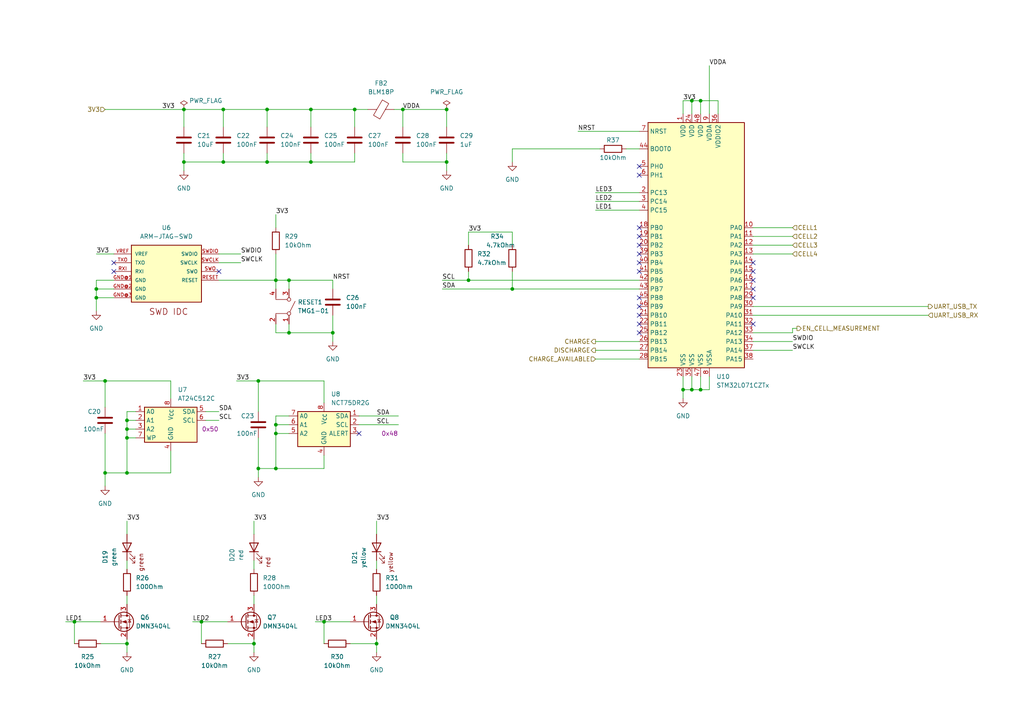
<source format=kicad_sch>
(kicad_sch (version 20230121) (generator eeschema)
  (paper "A4")
  (lib_symbols
    (symbol "benediktibk:ARM-JTAG-SWD" (pin_names (offset 1.016))
      (property "Reference" "U" (at -2.54 10.16 0))
      (property "Value" "ARM-JTAG-SWD" (at 0 0 0))
      (symbol "ARM-JTAG-SWD_0_0"
        (rectangle (start -2.54 7.62) (end 17.78 -8.89) (stroke (width 0.254)) (fill (type background)))
        (text "SWD IDC" (at 2.54 -12.7 0) (effects (font (size 1.778 1.778)) (justify left bottom)))
        (pin bidirectional line (at 22.86 -2.54 180) (length 5.08) (name "RESET") (number "RESET"))
        (pin bidirectional line (at -7.62 0 0) (length 5.08) (name "RXI") (number "RXI"))
        (pin bidirectional line (at 22.86 2.54 180) (length 5.08) (name "SWCLK") (number "SWCLK"))
        (pin bidirectional line (at 22.86 5.08 180) (length 5.08) (name "SWDIO") (number "SWDIO"))
        (pin bidirectional line (at 22.86 0 180) (length 5.08) (name "SWO") (number "SWO"))
        (pin bidirectional line (at -7.62 2.54 0) (length 5.08) (name "TXO") (number "TXO"))
      )
      (symbol "ARM-JTAG-SWD_1_0"
        (pin power_in line (at -7.62 -2.54 0) (length 5.08) (name "GND") (number "GND@1"))
        (pin power_in line (at -7.62 -5.08 0) (length 5.08) (name "GND") (number "GND@2"))
        (pin power_in line (at -7.62 -7.62 0) (length 5.08) (name "GND") (number "GND@3"))
        (pin power_in line (at -7.62 5.08 0) (length 5.08) (name "VREF") (number "VREF"))
      )
    )
    (symbol "benediktibk:AT24C512C"
      (property "Reference" "U" (at -7.62 6.35 0))
      (property "Value" "AT24C512C" (at 2.54 -6.35 0))
      (symbol "AT24C512C_1_1"
        (rectangle (start -7.62 5.08) (end 7.62 -5.08) (stroke (width 0.254)) (fill (type background)))
        (pin input line (at -10.16 3.81 0) (length 2.54) (name "A0") (number "1"))
        (pin input line (at -10.16 1.27 0) (length 2.54) (name "A1") (number "2"))
        (pin input line (at -10.16 -1.27 0) (length 2.54) (name "A2") (number "3"))
        (pin power_in line (at 0 -7.62 90) (length 2.54) (name "GND") (number "4"))
        (pin bidirectional line (at 10.16 3.81 180) (length 2.54) (name "SDA") (number "5"))
        (pin input line (at 10.16 1.27 180) (length 2.54) (name "SCL") (number "6"))
        (pin input line (at -10.16 -3.81 0) (length 2.54) (name "WP") (number "7"))
        (pin power_in line (at 0 7.62 270) (length 2.54) (name "V_{CC}") (number "8"))
      )
    )
    (symbol "benediktibk:BLM18P" (pin_numbers hide) (pin_names (offset 0))
      (property "Reference" "FB" (at -3.81 0.635 90))
      (property "Value" "BLM18P" (at 3.81 0 90))
      (symbol "BLM18P_0_1"
        (polyline (pts (xy 0 -1.27) (xy 0 -1.2192)))
        (polyline (pts (xy 0 1.27) (xy 0 1.2954)))
        (polyline (pts (xy -2.7686 0.4064) (xy -1.7018 2.2606) (xy 2.7686 -0.3048) (xy 1.6764 -2.159) (xy -2.7686 0.4064)))
      )
      (symbol "BLM18P_1_1"
        (pin passive line (at 0 3.81 270) (length 2.54) (name "~") (number "1"))
        (pin passive line (at 0 -3.81 90) (length 2.54) (name "~") (number "2"))
      )
    )
    (symbol "benediktibk:C_100nF_SMD_0603_50V" (pin_numbers hide) (pin_names (offset 0.254))
      (property "Reference" "C" (at 0.635 2.54 0))
      (property "Value" "C_100nF_SMD_0603_50V" (at 0.635 -2.54 0))
      (symbol "C_100nF_SMD_0603_50V_0_1"
        (polyline (pts (xy -2.032 -0.762) (xy 2.032 -0.762)) (stroke (width 0.508)))
        (polyline (pts (xy -2.032 0.762) (xy 2.032 0.762)) (stroke (width 0.508)))
      )
      (symbol "C_100nF_SMD_0603_50V_1_1"
        (pin passive line (at 0 3.81 270) (length 2.794) (name "~") (number "1"))
        (pin passive line (at 0 -3.81 90) (length 2.794) (name "~") (number "2"))
      )
    )
    (symbol "benediktibk:C_10uF_SMD_1210_50V_20%" (pin_numbers hide) (pin_names (offset 0.254))
      (property "Reference" "C" (at 0.635 2.54 0))
      (property "Value" "C_10uF_SMD_1210_50V_20%" (at 0.635 -2.54 0))
      (symbol "C_10uF_SMD_1210_50V_20%_0_1"
        (polyline (pts (xy -2.032 -0.762) (xy 2.032 -0.762)) (stroke (width 0.508)))
        (polyline (pts (xy -2.032 0.762) (xy 2.032 0.762)) (stroke (width 0.508)))
      )
      (symbol "C_10uF_SMD_1210_50V_20%_1_1"
        (pin passive line (at 0 3.81 270) (length 2.794) (name "~") (number "1"))
        (pin passive line (at 0 -3.81 90) (length 2.794) (name "~") (number "2"))
      )
    )
    (symbol "benediktibk:C_1uF_SMD_0603_50V_10%" (pin_numbers hide) (pin_names (offset 0.254))
      (property "Reference" "C" (at 0.635 2.54 0))
      (property "Value" "C_1uF_SMD_0603_50V_10%" (at 0.635 -2.54 0))
      (symbol "C_1uF_SMD_0603_50V_10%_0_1"
        (polyline (pts (xy -2.032 -0.762) (xy 2.032 -0.762)) (stroke (width 0.508)))
        (polyline (pts (xy -2.032 0.762) (xy 2.032 0.762)) (stroke (width 0.508)))
      )
      (symbol "C_1uF_SMD_0603_50V_10%_1_1"
        (pin passive line (at 0 3.81 270) (length 2.794) (name "~") (number "1"))
        (pin passive line (at 0 -3.81 90) (length 2.794) (name "~") (number "2"))
      )
    )
    (symbol "benediktibk:DMN3404L" (pin_names (offset 0) hide)
      (property "Reference" "Q" (at 5.08 1.27 0))
      (property "Value" "DMN3404L" (at 5.08 -1.27 0))
      (symbol "DMN3404L_0_1"
        (polyline (pts (xy 0.254 0) (xy -2.54 0)))
        (polyline (pts (xy 0.254 1.905) (xy 0.254 -1.905)) (stroke (width 0.254)))
        (polyline (pts (xy 0.762 -1.27) (xy 0.762 -2.286)) (stroke (width 0.254)))
        (polyline (pts (xy 0.762 0.508) (xy 0.762 -0.508)) (stroke (width 0.254)))
        (polyline (pts (xy 0.762 2.286) (xy 0.762 1.27)) (stroke (width 0.254)))
        (polyline (pts (xy 2.54 2.54) (xy 2.54 1.778)))
        (polyline (pts (xy 2.54 -2.54) (xy 2.54 0) (xy 0.762 0)))
        (polyline (pts (xy 0.762 1.778) (xy 3.302 1.778) (xy 3.302 -1.778) (xy 0.762 -1.778)))
        (polyline (pts (xy 1.27 0) (xy 2.286 0.381) (xy 2.286 -0.381) (xy 1.27 0)) (fill (type outline)))
        (polyline (pts (xy 2.794 0.508) (xy 2.921 0.635) (xy 3.683 0.635) (xy 3.81 0.762)))
        (polyline (pts (xy 3.302 0.508) (xy 2.921 -0.127) (xy 3.683 -0.127) (xy 3.302 0.508)))
        (circle (center 1.651 0) (radius 2.794) (stroke (width 0.254)))
        (circle (center 2.54 -1.778) (radius 0.254) (fill (type outline)))
        (circle (center 2.54 1.778) (radius 0.254) (fill (type outline)))
      )
      (symbol "DMN3404L_1_1"
        (pin input line (at -5.08 0 0) (length 2.54) (name "G") (number "1"))
        (pin passive line (at 2.54 -5.08 90) (length 2.54) (name "S") (number "2"))
        (pin passive line (at 2.54 5.08 270) (length 2.54) (name "D") (number "3"))
      )
    )
    (symbol "benediktibk:LED_green_0603" (pin_numbers hide) (pin_names (offset 1.016) hide)
      (property "Reference" "D" (at 0 2.54 0))
      (property "Value" "LED_green_0603" (at 0 -2.54 0))
      (symbol "LED_green_0603_0_0"
        (text "green" (at -4.318 -4.064 0) (effects (font (size 1.27 1.27))))
      )
      (symbol "LED_green_0603_0_1"
        (polyline (pts (xy -1.27 -1.27) (xy -1.27 1.27)) (stroke (width 0.254)))
        (polyline (pts (xy -1.27 0) (xy 1.27 0)))
        (polyline (pts (xy 1.27 -1.27) (xy 1.27 1.27) (xy -1.27 0) (xy 1.27 -1.27)) (stroke (width 0.254)))
        (polyline (pts (xy -3.048 -0.762) (xy -4.572 -2.286) (xy -3.81 -2.286) (xy -4.572 -2.286) (xy -4.572 -1.524)))
        (polyline (pts (xy -1.778 -0.762) (xy -3.302 -2.286) (xy -2.54 -2.286) (xy -3.302 -2.286) (xy -3.302 -1.524)))
      )
      (symbol "LED_green_0603_1_1"
        (pin passive line (at -3.81 0 0) (length 2.54) (name "K") (number "1"))
        (pin passive line (at 3.81 0 180) (length 2.54) (name "A") (number "2"))
      )
    )
    (symbol "benediktibk:LED_red_0603" (pin_numbers hide) (pin_names (offset 1.016) hide)
      (property "Reference" "D" (at 0 2.54 0))
      (property "Value" "LED_red_0603" (at 0 -2.54 0))
      (symbol "LED_red_0603_0_0"
        (text "red" (at -4.318 -4.064 0) (effects (font (size 1.27 1.27))))
      )
      (symbol "LED_red_0603_0_1"
        (polyline (pts (xy -1.27 -1.27) (xy -1.27 1.27)) (stroke (width 0.254)))
        (polyline (pts (xy -1.27 0) (xy 1.27 0)))
        (polyline (pts (xy 1.27 -1.27) (xy 1.27 1.27) (xy -1.27 0) (xy 1.27 -1.27)) (stroke (width 0.254)))
        (polyline (pts (xy -3.048 -0.762) (xy -4.572 -2.286) (xy -3.81 -2.286) (xy -4.572 -2.286) (xy -4.572 -1.524)))
        (polyline (pts (xy -1.778 -0.762) (xy -3.302 -2.286) (xy -2.54 -2.286) (xy -3.302 -2.286) (xy -3.302 -1.524)))
      )
      (symbol "LED_red_0603_1_1"
        (pin passive line (at -3.81 0 0) (length 2.54) (name "K") (number "1"))
        (pin passive line (at 3.81 0 180) (length 2.54) (name "A") (number "2"))
      )
    )
    (symbol "benediktibk:LED_yellow_0603" (pin_numbers hide) (pin_names (offset 1.016) hide)
      (property "Reference" "D" (at 0 2.54 0))
      (property "Value" "LED_yellow_0603" (at 0 -2.54 0))
      (symbol "LED_yellow_0603_0_0"
        (text "yellow" (at -4.318 -4.064 0) (effects (font (size 1.27 1.27))))
      )
      (symbol "LED_yellow_0603_0_1"
        (polyline (pts (xy -1.27 -1.27) (xy -1.27 1.27)) (stroke (width 0.254)))
        (polyline (pts (xy -1.27 0) (xy 1.27 0)))
        (polyline (pts (xy 1.27 -1.27) (xy 1.27 1.27) (xy -1.27 0) (xy 1.27 -1.27)) (stroke (width 0.254)))
        (polyline (pts (xy -3.048 -0.762) (xy -4.572 -2.286) (xy -3.81 -2.286) (xy -4.572 -2.286) (xy -4.572 -1.524)))
        (polyline (pts (xy -1.778 -0.762) (xy -3.302 -2.286) (xy -2.54 -2.286) (xy -3.302 -2.286) (xy -3.302 -1.524)))
      )
      (symbol "LED_yellow_0603_1_1"
        (pin passive line (at -3.81 0 0) (length 2.54) (name "K") (number "1"))
        (pin passive line (at 3.81 0 180) (length 2.54) (name "A") (number "2"))
      )
    )
    (symbol "benediktibk:NCT75DR2G"
      (property "Reference" "U" (at -7.62 6.35 0))
      (property "Value" "NCT75DR2G" (at 2.54 -6.35 0))
      (symbol "NCT75DR2G_1_1"
        (rectangle (start -7.62 5.08) (end 7.62 -5.08) (stroke (width 0.254)) (fill (type background)))
        (pin bidirectional line (at 10.16 3.81 180) (length 2.54) (name "SDA") (number "1"))
        (pin input line (at 10.16 1.27 180) (length 2.54) (name "SCL") (number "2"))
        (pin input line (at 10.16 -1.27 180) (length 2.54) (name "ALERT") (number "3"))
        (pin power_in line (at 0 -7.62 90) (length 2.54) (name "GND") (number "4"))
        (pin input line (at -10.16 -1.27 0) (length 2.54) (name "A2") (number "5"))
        (pin input line (at -10.16 1.27 0) (length 2.54) (name "A1") (number "6"))
        (pin input line (at -10.16 3.81 0) (length 2.54) (name "A0") (number "7"))
        (pin power_in line (at 0 7.62 270) (length 2.54) (name "V_{CC}") (number "8"))
      )
    )
    (symbol "benediktibk:R_100Ohm_SMD_0603_100mW_1%" (pin_numbers hide) (pin_names (offset 0))
      (property "Reference" "R" (at 2.032 0 90))
      (property "Value" "R_100Ohm_SMD_0603_100mW_1%" (at -5.588 -1.016 90))
      (symbol "R_100Ohm_SMD_0603_100mW_1%_0_1"
        (rectangle (start -1.016 -2.54) (end 1.016 2.54) (stroke (width 0.254)))
      )
      (symbol "R_100Ohm_SMD_0603_100mW_1%_1_1"
        (pin passive line (at 0 3.81 270) (length 1.27) (name "~") (number "1"))
        (pin passive line (at 0 -3.81 90) (length 1.27) (name "~") (number "2"))
      )
    )
    (symbol "benediktibk:R_10kOhm_SMD_0603_100mW_1%" (pin_numbers hide) (pin_names (offset 0))
      (property "Reference" "R" (at 2.032 0 90))
      (property "Value" "R_10kOhm_SMD_0603_100mW_1%" (at -5.588 -1.016 90))
      (symbol "R_10kOhm_SMD_0603_100mW_1%_0_1"
        (rectangle (start -1.016 -2.54) (end 1.016 2.54) (stroke (width 0.254)))
      )
      (symbol "R_10kOhm_SMD_0603_100mW_1%_1_1"
        (pin passive line (at 0 3.81 270) (length 1.27) (name "~") (number "1"))
        (pin passive line (at 0 -3.81 90) (length 1.27) (name "~") (number "2"))
      )
    )
    (symbol "benediktibk:R_4_7kOhm_SMD_0603_100mW_1%" (pin_numbers hide) (pin_names (offset 0))
      (property "Reference" "R" (at 2.032 0 90))
      (property "Value" "R_4_7kOhm_SMD_0603_100mW_1%" (at -5.588 -1.016 90))
      (symbol "R_4_7kOhm_SMD_0603_100mW_1%_0_1"
        (rectangle (start -1.016 -2.54) (end 1.016 2.54) (stroke (width 0.254)))
      )
      (symbol "R_4_7kOhm_SMD_0603_100mW_1%_1_1"
        (pin passive line (at 0 3.81 270) (length 1.27) (name "~") (number "1"))
        (pin passive line (at 0 -3.81 90) (length 1.27) (name "~") (number "2"))
      )
    )
    (symbol "benediktibk:STM32L071CZTx"
      (property "Reference" "U" (at -15.24 36.83 0))
      (property "Value" "STM32L071CZTx" (at 7.62 36.83 0))
      (symbol "STM32L071CZTx_0_1"
        (rectangle (start -15.24 -35.56) (end 12.7 35.56) (stroke (width 0.254)) (fill (type background)))
      )
      (symbol "STM32L071CZTx_1_1"
        (pin power_in line (at -5.08 38.1 270) (length 2.54) (name "VDD") (number "1"))
        (pin bidirectional line (at 15.24 5.08 180) (length 2.54) (name "PA0") (number "10"))
        (pin bidirectional line (at 15.24 2.54 180) (length 2.54) (name "PA1") (number "11"))
        (pin bidirectional line (at 15.24 0 180) (length 2.54) (name "PA2") (number "12"))
        (pin bidirectional line (at 15.24 -2.54 180) (length 2.54) (name "PA3") (number "13"))
        (pin bidirectional line (at 15.24 -5.08 180) (length 2.54) (name "PA4") (number "14"))
        (pin bidirectional line (at 15.24 -7.62 180) (length 2.54) (name "PA5") (number "15"))
        (pin bidirectional line (at 15.24 -10.16 180) (length 2.54) (name "PA6") (number "16"))
        (pin bidirectional line (at 15.24 -12.7 180) (length 2.54) (name "PA7") (number "17"))
        (pin bidirectional line (at -17.78 5.08 0) (length 2.54) (name "PB0") (number "18"))
        (pin bidirectional line (at -17.78 2.54 0) (length 2.54) (name "PB1") (number "19"))
        (pin bidirectional line (at -17.78 15.24 0) (length 2.54) (name "PC13") (number "2"))
        (pin bidirectional line (at -17.78 0 0) (length 2.54) (name "PB2") (number "20"))
        (pin bidirectional line (at -17.78 -20.32 0) (length 2.54) (name "PB10") (number "21"))
        (pin bidirectional line (at -17.78 -22.86 0) (length 2.54) (name "PB11") (number "22"))
        (pin power_in line (at -5.08 -38.1 90) (length 2.54) (name "VSS") (number "23"))
        (pin power_in line (at -2.54 38.1 270) (length 2.54) (name "VDD") (number "24"))
        (pin bidirectional line (at -17.78 -25.4 0) (length 2.54) (name "PB12") (number "25"))
        (pin bidirectional line (at -17.78 -27.94 0) (length 2.54) (name "PB13") (number "26"))
        (pin bidirectional line (at -17.78 -30.48 0) (length 2.54) (name "PB14") (number "27"))
        (pin bidirectional line (at -17.78 -33.02 0) (length 2.54) (name "PB15") (number "28"))
        (pin bidirectional line (at 15.24 -15.24 180) (length 2.54) (name "PA8") (number "29"))
        (pin bidirectional line (at -17.78 12.7 0) (length 2.54) (name "PC14") (number "3"))
        (pin bidirectional line (at 15.24 -17.78 180) (length 2.54) (name "PA9") (number "30"))
        (pin bidirectional line (at 15.24 -20.32 180) (length 2.54) (name "PA10") (number "31"))
        (pin bidirectional line (at 15.24 -22.86 180) (length 2.54) (name "PA11") (number "32"))
        (pin bidirectional line (at 15.24 -25.4 180) (length 2.54) (name "PA12") (number "33"))
        (pin bidirectional line (at 15.24 -27.94 180) (length 2.54) (name "PA13") (number "34"))
        (pin power_in line (at -2.54 -38.1 90) (length 2.54) (name "VSS") (number "35"))
        (pin power_in line (at 5.08 38.1 270) (length 2.54) (name "VDDIO2") (number "36"))
        (pin bidirectional line (at 15.24 -30.48 180) (length 2.54) (name "PA14") (number "37"))
        (pin bidirectional line (at 15.24 -33.02 180) (length 2.54) (name "PA15") (number "38"))
        (pin bidirectional line (at -17.78 -2.54 0) (length 2.54) (name "PB3") (number "39"))
        (pin bidirectional line (at -17.78 10.16 0) (length 2.54) (name "PC15") (number "4"))
        (pin bidirectional line (at -17.78 -5.08 0) (length 2.54) (name "PB4") (number "40"))
        (pin bidirectional line (at -17.78 -7.62 0) (length 2.54) (name "PB5") (number "41"))
        (pin bidirectional line (at -17.78 -10.16 0) (length 2.54) (name "PB6") (number "42"))
        (pin bidirectional line (at -17.78 -12.7 0) (length 2.54) (name "PB7") (number "43"))
        (pin input line (at -17.78 27.94 0) (length 2.54) (name "BOOT0") (number "44"))
        (pin bidirectional line (at -17.78 -15.24 0) (length 2.54) (name "PB8") (number "45"))
        (pin bidirectional line (at -17.78 -17.78 0) (length 2.54) (name "PB9") (number "46"))
        (pin power_in line (at 0 -38.1 90) (length 2.54) (name "VSS") (number "47"))
        (pin power_in line (at 0 38.1 270) (length 2.54) (name "VDD") (number "48"))
        (pin input line (at -17.78 22.86 0) (length 2.54) (name "PH0") (number "5"))
        (pin input line (at -17.78 20.32 0) (length 2.54) (name "PH1") (number "6"))
        (pin input line (at -17.78 33.02 0) (length 2.54) (name "NRST") (number "7"))
        (pin power_in line (at 2.54 -38.1 90) (length 2.54) (name "VSSA") (number "8"))
        (pin power_in line (at 2.54 38.1 270) (length 2.54) (name "VDDA") (number "9"))
      )
    )
    (symbol "benediktibk:TMG1-01" (pin_names (offset 0) hide)
      (property "Reference" "SW" (at 0 3.175 0))
      (property "Value" "TMG1-01" (at 0 5.588 0))
      (symbol "TMG1-01_0_0"
        (circle (center -2.032 0) (radius 0.508))
        (polyline (pts (xy -1.524 0.254) (xy 1.524 1.778)))
        (circle (center 2.032 0) (radius 0.508))
      )
      (symbol "TMG1-01_0_1"
        (polyline (pts (xy -2.54 -3.81) (xy -2.032 -3.81) (xy -2.032 -0.508)))
        (polyline (pts (xy 2.54 -3.81) (xy 2.032 -3.81) (xy 2.032 -0.508)))
      )
      (symbol "TMG1-01_1_1"
        (pin passive line (at -5.08 0 0) (length 2.54) (name "A") (number "1"))
        (pin passive line (at -5.08 -3.81 0) (length 2.54) (name "A") (number "2"))
        (pin passive line (at 5.08 0 180) (length 2.54) (name "B") (number "3"))
        (pin passive line (at 5.08 -3.81 180) (length 2.54) (name "B") (number "4"))
      )
    )
    (symbol "power:GND" (power) (pin_names (offset 0))
      (property "Value" "GND" (at 0 -3.81 0))
      (symbol "GND_0_1"
        (polyline (pts (xy 0 0) (xy 0 -1.27) (xy 1.27 -1.27) (xy 0 -2.54) (xy -1.27 -1.27) (xy 0 -1.27)))
      )
      (symbol "GND_1_1"
        (pin power_in line (at 0 0 270) (length 0) hide (name "GND") (number "1"))
      )
    )
    (symbol "power:PWR_FLAG" (power) (pin_numbers hide) (pin_names (offset 0) hide)
      (property "Value" "PWR_FLAG" (at 0 3.81 0))
      (symbol "PWR_FLAG_0_0"
        (pin power_out line (at 0 0 90) (length 0) (name "pwr") (number "1"))
      )
      (symbol "PWR_FLAG_0_1"
        (polyline (pts (xy 0 0) (xy 0 1.27) (xy -1.016 1.905) (xy 0 2.54) (xy 1.016 1.905) (xy 0 1.27)))
      )
    )
  )
  (junction (at 36.83 137.16))
  (junction (at 83.82 96.52))
  (junction (at 36.83 124.46))
  (junction (at 27.94 86.36))
  (junction (at 90.17 31.75))
  (junction (at 64.77 31.75))
  (junction (at 27.94 83.82))
  (junction (at 203.2 113.03))
  (junction (at 129.54 31.75))
  (junction (at 135.89 81.28))
  (junction (at 58.42 180.34))
  (junction (at 80.01 125.73))
  (junction (at 80.01 123.19))
  (junction (at 93.98 180.34))
  (junction (at 80.01 81.28))
  (junction (at 36.83 186.69))
  (junction (at 74.93 135.89))
  (junction (at 96.52 96.52))
  (junction (at 30.48 137.16))
  (junction (at 21.59 180.34))
  (junction (at 90.17 46.99))
  (junction (at 53.34 46.99))
  (junction (at 109.22 186.69))
  (junction (at 53.34 31.75))
  (junction (at 30.48 110.49))
  (junction (at 148.59 83.82))
  (junction (at 36.83 121.92))
  (junction (at 83.82 81.28))
  (junction (at 198.12 113.03))
  (junction (at 200.66 113.03))
  (junction (at 36.83 127))
  (junction (at 77.47 31.75))
  (junction (at 64.77 46.99))
  (junction (at 74.93 110.49))
  (junction (at 200.66 29.21))
  (junction (at 77.47 46.99))
  (junction (at 129.54 46.99))
  (junction (at 80.01 135.89))
  (junction (at 102.87 31.75))
  (junction (at 116.84 31.75))
  (junction (at 203.2 29.21))
  (junction (at 73.66 186.69))
  (no_connect (at 104.14 125.73))
  (no_connect (at 33.02 78.74))
  (no_connect (at 218.44 76.2))
  (no_connect (at 185.42 73.66))
  (no_connect (at 218.44 86.36))
  (no_connect (at 218.44 93.98))
  (no_connect (at 33.02 76.2))
  (no_connect (at 185.42 88.9))
  (no_connect (at 218.44 83.82))
  (no_connect (at 185.42 76.2))
  (no_connect (at 185.42 78.74))
  (no_connect (at 185.42 93.98))
  (no_connect (at 218.44 81.28))
  (no_connect (at 185.42 91.44))
  (no_connect (at 185.42 96.52))
  (no_connect (at 218.44 78.74))
  (no_connect (at 185.42 48.26))
  (no_connect (at 185.42 71.12))
  (no_connect (at 185.42 66.04))
  (no_connect (at 185.42 50.8))
  (no_connect (at 185.42 86.36))
  (no_connect (at 185.42 68.58))
  (no_connect (at 63.5 78.74))
  (wire (pts (xy 30.48 110.49) (xy 30.48 118.11)))
  (wire (pts (xy 21.59 186.69) (xy 21.59 180.34)))
  (wire (pts (xy 148.59 71.12) (xy 148.59 67.31)))
  (wire (pts (xy 59.69 121.92) (xy 63.5 121.92)))
  (wire (pts (xy 80.01 81.28) (xy 80.01 83.82)))
  (wire (pts (xy 203.2 29.21) (xy 203.2 33.02)))
  (wire (pts (xy 49.53 110.49) (xy 30.48 110.49)))
  (wire (pts (xy 73.66 162.56) (xy 73.66 165.1)))
  (wire (pts (xy 74.93 127) (xy 74.93 135.89)))
  (wire (pts (xy 36.83 124.46) (xy 36.83 121.92)))
  (wire (pts (xy 129.54 31.75) (xy 116.84 31.75)))
  (wire (pts (xy 218.44 99.06) (xy 229.87 99.06)))
  (wire (pts (xy 77.47 31.75) (xy 77.47 36.83)))
  (wire (pts (xy 104.14 120.65) (xy 115.57 120.65)))
  (wire (pts (xy 80.01 73.66) (xy 80.01 81.28)))
  (wire (pts (xy 27.94 86.36) (xy 33.02 86.36)))
  (wire (pts (xy 73.66 185.42) (xy 73.66 186.69)))
  (wire (pts (xy 96.52 81.28) (xy 83.82 81.28)))
  (wire (pts (xy 181.61 43.18) (xy 185.42 43.18)))
  (wire (pts (xy 21.59 180.34) (xy 29.21 180.34)))
  (wire (pts (xy 73.66 172.72) (xy 73.66 175.26)))
  (wire (pts (xy 36.83 185.42) (xy 36.83 186.69)))
  (wire (pts (xy 218.44 73.66) (xy 229.87 73.66)))
  (wire (pts (xy 135.89 67.31) (xy 135.89 71.12)))
  (wire (pts (xy 167.64 38.1) (xy 185.42 38.1)))
  (wire (pts (xy 102.87 46.99) (xy 102.87 44.45)))
  (wire (pts (xy 205.74 19.05) (xy 205.74 33.02)))
  (wire (pts (xy 172.72 99.06) (xy 185.42 99.06)))
  (wire (pts (xy 77.47 46.99) (xy 90.17 46.99)))
  (wire (pts (xy 198.12 113.03) (xy 198.12 115.57)))
  (wire (pts (xy 208.28 29.21) (xy 203.2 29.21)))
  (wire (pts (xy 19.05 180.34) (xy 21.59 180.34)))
  (wire (pts (xy 218.44 71.12) (xy 229.87 71.12)))
  (wire (pts (xy 102.87 31.75) (xy 106.68 31.75)))
  (wire (pts (xy 64.77 44.45) (xy 64.77 46.99)))
  (wire (pts (xy 64.77 31.75) (xy 64.77 36.83)))
  (wire (pts (xy 128.27 83.82) (xy 148.59 83.82)))
  (wire (pts (xy 33.02 81.28) (xy 27.94 81.28)))
  (wire (pts (xy 74.93 135.89) (xy 80.01 135.89)))
  (wire (pts (xy 74.93 110.49) (xy 93.98 110.49)))
  (wire (pts (xy 96.52 91.44) (xy 96.52 96.52)))
  (wire (pts (xy 64.77 46.99) (xy 77.47 46.99)))
  (wire (pts (xy 129.54 46.99) (xy 129.54 49.53)))
  (wire (pts (xy 198.12 109.22) (xy 198.12 113.03)))
  (wire (pts (xy 200.66 113.03) (xy 203.2 113.03)))
  (wire (pts (xy 58.42 180.34) (xy 66.04 180.34)))
  (wire (pts (xy 109.22 185.42) (xy 109.22 186.69)))
  (wire (pts (xy 36.83 151.13) (xy 36.83 154.94)))
  (wire (pts (xy 148.59 78.74) (xy 148.59 83.82)))
  (wire (pts (xy 80.01 135.89) (xy 93.98 135.89)))
  (wire (pts (xy 198.12 29.21) (xy 198.12 33.02)))
  (wire (pts (xy 128.27 81.28) (xy 135.89 81.28)))
  (wire (pts (xy 208.28 33.02) (xy 208.28 29.21)))
  (wire (pts (xy 53.34 46.99) (xy 64.77 46.99)))
  (wire (pts (xy 90.17 31.75) (xy 102.87 31.75)))
  (wire (pts (xy 66.04 186.69) (xy 73.66 186.69)))
  (wire (pts (xy 203.2 113.03) (xy 205.74 113.03)))
  (wire (pts (xy 27.94 81.28) (xy 27.94 83.82)))
  (wire (pts (xy 83.82 96.52) (xy 96.52 96.52)))
  (wire (pts (xy 218.44 101.6) (xy 229.87 101.6)))
  (wire (pts (xy 91.44 180.34) (xy 93.98 180.34)))
  (wire (pts (xy 36.83 127) (xy 36.83 137.16)))
  (wire (pts (xy 116.84 44.45) (xy 116.84 46.99)))
  (wire (pts (xy 200.66 29.21) (xy 200.66 33.02)))
  (wire (pts (xy 135.89 81.28) (xy 185.42 81.28)))
  (wire (pts (xy 36.83 119.38) (xy 39.37 119.38)))
  (wire (pts (xy 27.94 73.66) (xy 33.02 73.66)))
  (wire (pts (xy 135.89 67.31) (xy 148.59 67.31)))
  (wire (pts (xy 83.82 81.28) (xy 83.82 83.82)))
  (wire (pts (xy 53.34 49.53) (xy 53.34 46.99)))
  (wire (pts (xy 198.12 29.21) (xy 200.66 29.21)))
  (wire (pts (xy 173.99 43.18) (xy 148.59 43.18)))
  (wire (pts (xy 30.48 110.49) (xy 24.13 110.49)))
  (wire (pts (xy 172.72 58.42) (xy 185.42 58.42)))
  (wire (pts (xy 49.53 130.81) (xy 49.53 137.16)))
  (wire (pts (xy 58.42 186.69) (xy 58.42 180.34)))
  (wire (pts (xy 53.34 44.45) (xy 53.34 46.99)))
  (wire (pts (xy 93.98 186.69) (xy 93.98 180.34)))
  (wire (pts (xy 77.47 31.75) (xy 90.17 31.75)))
  (wire (pts (xy 55.88 180.34) (xy 58.42 180.34)))
  (wire (pts (xy 231.14 95.25) (xy 229.87 95.25)))
  (wire (pts (xy 63.5 76.2) (xy 69.85 76.2)))
  (wire (pts (xy 64.77 31.75) (xy 77.47 31.75)))
  (wire (pts (xy 80.01 125.73) (xy 80.01 135.89)))
  (wire (pts (xy 172.72 60.96) (xy 185.42 60.96)))
  (wire (pts (xy 218.44 88.9) (xy 269.24 88.9)))
  (wire (pts (xy 205.74 109.22) (xy 205.74 113.03)))
  (wire (pts (xy 129.54 44.45) (xy 129.54 46.99)))
  (wire (pts (xy 116.84 46.99) (xy 129.54 46.99)))
  (wire (pts (xy 29.21 186.69) (xy 36.83 186.69)))
  (wire (pts (xy 93.98 132.08) (xy 93.98 135.89)))
  (wire (pts (xy 135.89 78.74) (xy 135.89 81.28)))
  (wire (pts (xy 80.01 123.19) (xy 80.01 125.73)))
  (wire (pts (xy 36.83 124.46) (xy 39.37 124.46)))
  (wire (pts (xy 114.3 31.75) (xy 116.84 31.75)))
  (wire (pts (xy 80.01 62.23) (xy 80.01 66.04)))
  (wire (pts (xy 80.01 125.73) (xy 83.82 125.73)))
  (wire (pts (xy 93.98 116.84) (xy 93.98 110.49)))
  (wire (pts (xy 80.01 120.65) (xy 80.01 123.19)))
  (wire (pts (xy 59.69 119.38) (xy 63.5 119.38)))
  (wire (pts (xy 148.59 43.18) (xy 148.59 46.99)))
  (wire (pts (xy 200.66 109.22) (xy 200.66 113.03)))
  (wire (pts (xy 74.93 119.38) (xy 74.93 110.49)))
  (wire (pts (xy 104.14 123.19) (xy 115.57 123.19)))
  (wire (pts (xy 36.83 127) (xy 39.37 127)))
  (wire (pts (xy 129.54 31.75) (xy 129.54 36.83)))
  (wire (pts (xy 80.01 96.52) (xy 83.82 96.52)))
  (wire (pts (xy 30.48 137.16) (xy 30.48 140.97)))
  (wire (pts (xy 229.87 95.25) (xy 229.87 96.52)))
  (wire (pts (xy 36.83 162.56) (xy 36.83 165.1)))
  (wire (pts (xy 109.22 162.56) (xy 109.22 165.1)))
  (wire (pts (xy 30.48 31.75) (xy 53.34 31.75)))
  (wire (pts (xy 73.66 186.69) (xy 73.66 189.23)))
  (wire (pts (xy 109.22 186.69) (xy 109.22 189.23)))
  (wire (pts (xy 90.17 46.99) (xy 102.87 46.99)))
  (wire (pts (xy 27.94 83.82) (xy 33.02 83.82)))
  (wire (pts (xy 36.83 137.16) (xy 49.53 137.16)))
  (wire (pts (xy 83.82 120.65) (xy 80.01 120.65)))
  (wire (pts (xy 63.5 73.66) (xy 69.85 73.66)))
  (wire (pts (xy 96.52 96.52) (xy 96.52 99.06)))
  (wire (pts (xy 53.34 31.75) (xy 64.77 31.75)))
  (wire (pts (xy 68.58 110.49) (xy 74.93 110.49)))
  (wire (pts (xy 77.47 44.45) (xy 77.47 46.99)))
  (wire (pts (xy 80.01 81.28) (xy 63.5 81.28)))
  (wire (pts (xy 102.87 31.75) (xy 102.87 36.83)))
  (wire (pts (xy 83.82 81.28) (xy 80.01 81.28)))
  (wire (pts (xy 36.83 186.69) (xy 36.83 189.23)))
  (wire (pts (xy 218.44 66.04) (xy 229.87 66.04)))
  (wire (pts (xy 27.94 83.82) (xy 27.94 86.36)))
  (wire (pts (xy 90.17 31.75) (xy 90.17 36.83)))
  (wire (pts (xy 36.83 127) (xy 36.83 124.46)))
  (wire (pts (xy 53.34 31.75) (xy 53.34 36.83)))
  (wire (pts (xy 198.12 113.03) (xy 200.66 113.03)))
  (wire (pts (xy 80.01 93.98) (xy 80.01 96.52)))
  (wire (pts (xy 218.44 91.44) (xy 269.24 91.44)))
  (wire (pts (xy 73.66 151.13) (xy 73.66 154.94)))
  (wire (pts (xy 229.87 96.52) (xy 218.44 96.52)))
  (wire (pts (xy 74.93 135.89) (xy 74.93 138.43)))
  (wire (pts (xy 30.48 125.73) (xy 30.48 137.16)))
  (wire (pts (xy 172.72 104.14) (xy 185.42 104.14)))
  (wire (pts (xy 83.82 93.98) (xy 83.82 96.52)))
  (wire (pts (xy 203.2 109.22) (xy 203.2 113.03)))
  (wire (pts (xy 80.01 123.19) (xy 83.82 123.19)))
  (wire (pts (xy 116.84 31.75) (xy 116.84 36.83)))
  (wire (pts (xy 93.98 180.34) (xy 101.6 180.34)))
  (wire (pts (xy 148.59 83.82) (xy 185.42 83.82)))
  (wire (pts (xy 36.83 121.92) (xy 39.37 121.92)))
  (wire (pts (xy 36.83 121.92) (xy 36.83 119.38)))
  (wire (pts (xy 200.66 29.21) (xy 203.2 29.21)))
  (wire (pts (xy 30.48 137.16) (xy 36.83 137.16)))
  (wire (pts (xy 27.94 86.36) (xy 27.94 90.17)))
  (wire (pts (xy 96.52 81.28) (xy 96.52 83.82)))
  (wire (pts (xy 109.22 172.72) (xy 109.22 175.26)))
  (wire (pts (xy 172.72 55.88) (xy 185.42 55.88)))
  (wire (pts (xy 218.44 68.58) (xy 229.87 68.58)))
  (wire (pts (xy 90.17 44.45) (xy 90.17 46.99)))
  (wire (pts (xy 101.6 186.69) (xy 109.22 186.69)))
  (wire (pts (xy 172.72 101.6) (xy 185.42 101.6)))
  (wire (pts (xy 36.83 172.72) (xy 36.83 175.26)))
  (wire (pts (xy 109.22 151.13) (xy 109.22 154.94)))
  (wire (pts (xy 49.53 115.57) (xy 49.53 110.49)))
  (label "3V3" (at 135.89 67.31 0))
  (label "LED2" (at 55.88 180.34 0))
  (label "3V3" (at 68.58 110.49 0))
  (label "3V3" (at 198.12 29.21 0))
  (label "SWCLK" (at 69.85 76.2 0))
  (label "LED2" (at 172.72 58.42 0))
  (label "SWDIO" (at 69.85 73.66 0))
  (label "NRST" (at 96.52 81.28 0))
  (label "LED1" (at 172.72 60.96 0))
  (label "SCL" (at 109.22 123.19 0))
  (label "VDDA" (at 205.74 19.05 0))
  (label "SCL" (at 128.27 81.28 0))
  (label "NRST" (at 167.64 38.1 0))
  (label "LED1" (at 19.05 180.34 0))
  (label "SWCLK" (at 229.87 101.6 0))
  (label "3V3" (at 80.01 62.23 0))
  (label "SDA" (at 109.22 120.65 0))
  (label "3V3" (at 24.13 110.49 0))
  (label "SDA" (at 63.5 119.38 0))
  (label "3V3" (at 46.99 31.75 0))
  (label "LED3" (at 91.44 180.34 0))
  (label "VDDA" (at 116.84 31.75 0))
  (label "3V3" (at 36.83 151.13 0))
  (label "SWDIO" (at 229.87 99.06 0))
  (label "LED3" (at 172.72 55.88 0))
  (label "3V3" (at 109.22 151.13 0))
  (label "3V3" (at 73.66 151.13 0))
  (label "3V3" (at 27.94 73.66 0))
  (label "SCL" (at 63.5 121.92 0))
  (label "SDA" (at 128.27 83.82 0))
  (hierarchical_label "EN_CELL_MEASUREMENT" (shape output) (at 231.14 95.25 0))
  (hierarchical_label "CHARGE_AVAILABLE" (shape input) (at 172.72 104.14 180))
  (hierarchical_label "UART_USB_TX" (shape output) (at 269.24 88.9 0))
  (hierarchical_label "3V3" (shape input) (at 30.48 31.75 180))
  (hierarchical_label "UART_USB_RX" (shape input) (at 269.24 91.44 0))
  (hierarchical_label "CELL1" (shape input) (at 229.87 66.04 0))
  (hierarchical_label "DISCHARGE" (shape output) (at 172.72 101.6 180))
  (hierarchical_label "CHARGE" (shape output) (at 172.72 99.06 180))
  (hierarchical_label "CELL4" (shape input) (at 229.87 73.66 0))
  (hierarchical_label "CELL3" (shape input) (at 229.87 71.12 0))
  (hierarchical_label "CELL2" (shape input) (at 229.87 68.58 0))
  (symbol (lib_id "benediktibk:C_1uF_SMD_0603_50V_10%") (at 129.54 40.64 0) (unit 1)
    (property "Reference" "C29" (at 133.35 39.3699 0) (effects (justify left)))
    (property "Value" "1uF" (at 133.35 41.9099 0) (effects (justify left)))
    (property "Footprint" "benediktibk:C_0603_1608Metric_Pad1.08x0.95mm_HandSolder" (effects hide))
    (property "RS order number" "103-4112" (effects hide))
  )
  (symbol (lib_id "power:PWR_FLAG") (at 53.34 31.75 0) (unit 1)
    (property "Reference" "#FLG07" (effects hide))
    (property "Value" "PWR_FLAG" (at 59.69 29.21 0))
  )
  (symbol (lib_id "benediktibk:R_10kOhm_SMD_0603_100mW_1%") (at 97.79 186.69 270) (unit 1)
    (property "Reference" "R30" (at 97.79 190.5 90))
    (property "Value" "10kOhm" (at 97.79 193.04 90))
    (property "Footprint" "benediktibk:R_0603_1608Metric_Pad0.98x0.95mm_HandSolder" (effects hide))
    (property "RS order number" "125-1173" (effects hide))
  )
  (symbol (lib_id "benediktibk:R_100Ohm_SMD_0603_100mW_1%") (at 36.83 168.91 0) (unit 1)
    (property "Reference" "R26" (at 39.37 167.6399 0) (effects (justify left)))
    (property "Value" "100Ohm" (at 39.37 170.1799 0) (effects (justify left)))
    (property "Footprint" "benediktibk:R_0603_1608Metric_Pad0.98x0.95mm_HandSolder" (effects hide))
    (property "RS order number" "125-1172" (effects hide))
  )
  (symbol (lib_id "benediktibk:DMN3404L") (at 34.29 180.34 0) (unit 1)
    (property "Reference" "Q6" (at 40.64 179.0699 0) (effects (justify left)))
    (property "Value" "DMN3404L" (at 39.37 181.61 0) (effects (justify left)))
    (property "Footprint" "benediktibk:SOT-23" (effects hide))
    (property "RS order number" "751-4171" (effects hide))
  )
  (symbol (lib_id "benediktibk:C_100nF_SMD_0603_50V") (at 96.52 87.63 0) (unit 1)
    (property "Reference" "C26" (at 100.33 86.3599 0) (effects (justify left)))
    (property "Value" "100nF" (at 100.33 88.8999 0) (effects (justify left)))
    (property "Footprint" "benediktibk:C_0603_1608Metric_Pad1.08x0.95mm_HandSolder" (effects hide))
    (property "RS order number" "242-7372" (effects hide))
  )
  (symbol (lib_id "benediktibk:LED_yellow_0603") (at 109.22 158.75 90) (unit 1)
    (property "Reference" "D21" (at 102.87 161.7168 0))
    (property "Value" "yellow" (at 105.41 161.7168 0))
    (property "Footprint" "benediktibk:D_0603_1608Metric_Pad1.05x0.95mm_HandSolder" (effects hide))
    (property "RS order number" "861-0087" (effects hide))
  )
  (symbol (lib_id "benediktibk:C_100nF_SMD_0603_50V") (at 64.77 40.64 0) (unit 1)
    (property "Reference" "C22" (at 68.58 39.3699 0) (effects (justify left)))
    (property "Value" "100nF" (at 68.58 41.9099 0) (effects (justify left)))
    (property "Footprint" "benediktibk:C_0603_1608Metric_Pad1.08x0.95mm_HandSolder" (effects hide))
    (property "RS order number" "242-7372" (effects hide))
  )
  (symbol (lib_id "power:PWR_FLAG") (at 129.54 31.75 0) (unit 1)
    (property "Reference" "#FLG08" (effects hide))
    (property "Value" "PWR_FLAG" (at 129.54 26.67 0))
  )
  (symbol (lib_id "benediktibk:DMN3404L") (at 106.68 180.34 0) (unit 1)
    (property "Reference" "Q8" (at 113.03 179.0699 0) (effects (justify left)))
    (property "Value" "DMN3404L" (at 111.76 181.61 0) (effects (justify left)))
    (property "Footprint" "benediktibk:SOT-23" (effects hide))
    (property "RS order number" "751-4171" (effects hide))
  )
  (symbol (lib_id "power:GND") (at 36.83 189.23 0) (unit 1)
    (property "Reference" "#PWR045" (effects hide))
    (property "Value" "GND" (at 36.83 194.31 0))
  )
  (symbol (lib_id "benediktibk:R_10kOhm_SMD_0603_100mW_1%") (at 177.8 43.18 90) (unit 1)
    (property "Reference" "R37" (at 177.8 40.64 90))
    (property "Value" "10kOhm" (at 177.8 45.72 90))
    (property "Footprint" "benediktibk:R_0603_1608Metric_Pad0.98x0.95mm_HandSolder" (effects hide))
    (property "RS order number" "125-1173" (effects hide))
  )
  (symbol (lib_id "power:GND") (at 73.66 189.23 0) (unit 1)
    (property "Reference" "#PWR047" (effects hide))
    (property "Value" "GND" (at 73.66 194.31 0))
  )
  (symbol (lib_id "power:GND") (at 74.93 138.43 0) (unit 1)
    (property "Reference" "#PWR048" (effects hide))
    (property "Value" "GND" (at 74.93 143.51 0))
  )
  (symbol (lib_id "power:GND") (at 129.54 49.53 0) (unit 1)
    (property "Reference" "#PWR053" (effects hide))
    (property "Value" "GND" (at 129.54 54.61 0))
  )
  (symbol (lib_id "benediktibk:R_4_7kOhm_SMD_0603_100mW_1%") (at 135.89 74.93 0) (unit 1)
    (property "Reference" "R32" (at 138.43 73.6599 0) (effects (justify left)))
    (property "Value" "4.7kOhm" (at 138.43 76.1999 0) (effects (justify left)))
    (property "Footprint" "benediktibk:R_0603_1608Metric_Pad0.98x0.95mm_HandSolder" (effects hide))
    (property "RS order number" "901-3581" (effects hide))
  )
  (symbol (lib_id "benediktibk:R_100Ohm_SMD_0603_100mW_1%") (at 73.66 168.91 0) (unit 1)
    (property "Reference" "R28" (at 76.2 167.6399 0) (effects (justify left)))
    (property "Value" "100Ohm" (at 76.2 170.1799 0) (effects (justify left)))
    (property "Footprint" "benediktibk:R_0603_1608Metric_Pad0.98x0.95mm_HandSolder" (effects hide))
    (property "RS order number" "125-1172" (effects hide))
  )
  (symbol (lib_id "benediktibk:C_100nF_SMD_0603_50V") (at 90.17 40.64 0) (unit 1)
    (property "Reference" "C25" (at 93.98 39.3699 0) (effects (justify left)))
    (property "Value" "100nF" (at 93.98 41.9099 0) (effects (justify left)))
    (property "Footprint" "benediktibk:C_0603_1608Metric_Pad1.08x0.95mm_HandSolder" (effects hide))
    (property "RS order number" "242-7372" (effects hide))
  )
  (symbol (lib_id "benediktibk:TMG1-01") (at 83.82 88.9 270) (mirror x) (unit 1)
    (property "Reference" "RESET1" (at 86.36 87.6299 90) (effects (justify left)))
    (property "Value" "TMG1-01" (at 86.36 90.1699 90) (effects (justify left)))
    (property "Footprint" "benediktibk:TMG1-01" (effects hide))
    (property "RS order number" "244-4461" (effects hide))
  )
  (symbol (lib_id "power:GND") (at 109.22 189.23 0) (unit 1)
    (property "Reference" "#PWR050" (effects hide))
    (property "Value" "GND" (at 109.22 194.31 0))
  )
  (symbol (lib_id "power:GND") (at 27.94 90.17 0) (unit 1)
    (property "Reference" "#PWR043" (effects hide))
    (property "Value" "GND" (at 27.94 95.25 0))
  )
  (symbol (lib_id "benediktibk:C_100nF_SMD_0603_50V") (at 77.47 40.64 0) (unit 1)
    (property "Reference" "C24" (at 81.28 39.3699 0) (effects (justify left)))
    (property "Value" "100nF" (at 81.28 41.9099 0) (effects (justify left)))
    (property "Footprint" "benediktibk:C_0603_1608Metric_Pad1.08x0.95mm_HandSolder" (effects hide))
    (property "RS order number" "242-7372" (effects hide))
  )
  (symbol (lib_id "benediktibk:C_100nF_SMD_0603_50V") (at 116.84 40.64 0) (unit 1)
    (property "Reference" "C28" (at 120.65 39.3699 0) (effects (justify left)))
    (property "Value" "100nF" (at 120.65 41.9099 0) (effects (justify left)))
    (property "Footprint" "benediktibk:C_0603_1608Metric_Pad1.08x0.95mm_HandSolder" (effects hide))
    (property "RS order number" "242-7372" (effects hide))
  )
  (symbol (lib_id "benediktibk:R_10kOhm_SMD_0603_100mW_1%") (at 62.23 186.69 270) (unit 1)
    (property "Reference" "R27" (at 62.23 190.5 90))
    (property "Value" "10kOhm" (at 62.23 193.04 90))
    (property "Footprint" "benediktibk:R_0603_1608Metric_Pad0.98x0.95mm_HandSolder" (effects hide))
    (property "RS order number" "125-1173" (effects hide))
  )
  (symbol (lib_id "benediktibk:R_10kOhm_SMD_0603_100mW_1%") (at 25.4 186.69 270) (unit 1)
    (property "Reference" "R25" (at 25.4 190.5 90))
    (property "Value" "10kOhm" (at 25.4 193.04 90))
    (property "Footprint" "benediktibk:R_0603_1608Metric_Pad0.98x0.95mm_HandSolder" (effects hide))
    (property "RS order number" "125-1173" (effects hide))
  )
  (symbol (lib_id "benediktibk:R_4_7kOhm_SMD_0603_100mW_1%") (at 148.59 74.93 0) (unit 1)
    (property "Reference" "R34" (at 142.24 68.58 0) (effects (justify left)))
    (property "Value" "4.7kOhm" (at 140.97 71.12 0) (effects (justify left)))
    (property "Footprint" "benediktibk:R_0603_1608Metric_Pad0.98x0.95mm_HandSolder" (effects hide))
    (property "RS order number" "901-3581" (effects hide))
  )
  (symbol (lib_id "power:GND") (at 198.12 115.57 0) (unit 1)
    (property "Reference" "#PWR061" (effects hide))
    (property "Value" "GND" (at 198.12 120.65 0))
  )
  (symbol (lib_id "benediktibk:DMN3404L") (at 71.12 180.34 0) (unit 1)
    (property "Reference" "Q7" (at 77.47 179.0699 0) (effects (justify left)))
    (property "Value" "DMN3404L" (at 76.2 181.61 0) (effects (justify left)))
    (property "Footprint" "benediktibk:SOT-23" (effects hide))
    (property "RS order number" "751-4171" (effects hide))
  )
  (symbol (lib_id "benediktibk:C_100nF_SMD_0603_50V") (at 74.93 123.19 0) (unit 1)
    (property "Reference" "C23" (at 69.85 120.65 0) (effects (justify left)))
    (property "Value" "100nF" (at 68.58 125.73 0) (effects (justify left)))
    (property "Footprint" "benediktibk:C_0603_1608Metric_Pad1.08x0.95mm_HandSolder" (effects hide))
    (property "RS order number" "242-7372" (effects hide))
  )
  (symbol (lib_id "benediktibk:STM32L071CZTx") (at 203.2 71.12 0) (unit 1)
    (property "Reference" "U10" (at 207.7594 109.22 0) (effects (justify left)))
    (property "Value" "STM32L071CZTx" (at 207.7594 111.76 0) (effects (justify left)))
    (property "Footprint" "benediktibk:LQFP-48_7x7mm_P0.5mm" (effects hide))
    (property "Datasheet" "http://www.st.com/st-web-ui/static/active/en/resource/technical/document/datasheet/DM00141136.pdf" (effects hide))
    (property "RS order number" "196-2075" (effects hide))
  )
  (symbol (lib_id "power:GND") (at 148.59 46.99 0) (unit 1)
    (property "Reference" "#PWR059" (effects hide))
    (property "Value" "GND" (at 148.59 52.07 0))
  )
  (symbol (lib_id "benediktibk:LED_red_0603") (at 73.66 158.75 90) (unit 1)
    (property "Reference" "D20" (at 67.31 161.0062 0))
    (property "Value" "red" (at 69.85 161.0062 0))
    (property "Footprint" "benediktibk:D_0603_1608Metric_Pad1.05x0.95mm_HandSolder" (effects hide))
    (property "RS order number" "861-0090" (effects hide))
  )
  (symbol (lib_id "benediktibk:LED_green_0603") (at 36.83 158.75 90) (unit 1)
    (property "Reference" "D19" (at 30.48 161.5656 0))
    (property "Value" "green" (at 33.02 161.5656 0))
    (property "Footprint" "benediktibk:D_0603_1608Metric_Pad1.05x0.95mm_HandSolder" (effects hide))
    (property "RS order number" "466-3706" (effects hide))
  )
  (symbol (lib_id "benediktibk:ARM-JTAG-SWD") (at 40.64 78.74 0) (unit 1)
    (property "Reference" "U6" (at 48.26 66.04 0))
    (property "Value" "ARM-JTAG-SWD" (at 48.26 68.58 0))
    (property "Footprint" "benediktibk:ARM-JTAG-10-SWD-IDC" (effects hide))
    (property "Description" "Cortex M JTAG/SWD 10 pin connector" (effects hide))
    (property "RS order number" "159-2372" (effects hide))
  )
  (symbol (lib_id "power:GND") (at 30.48 140.97 0) (unit 1)
    (property "Reference" "#PWR044" (effects hide))
    (property "Value" "GND" (at 30.48 146.05 0))
  )
  (symbol (lib_id "benediktibk:R_100Ohm_SMD_0603_100mW_1%") (at 109.22 168.91 0) (unit 1)
    (property "Reference" "R31" (at 111.76 167.6399 0) (effects (justify left)))
    (property "Value" "100Ohm" (at 111.76 170.1799 0) (effects (justify left)))
    (property "Footprint" "benediktibk:R_0603_1608Metric_Pad0.98x0.95mm_HandSolder" (effects hide))
    (property "RS order number" "125-1172" (effects hide))
  )
  (symbol (lib_id "benediktibk:NCT75DR2G") (at 93.98 124.46 0) (unit 1)
    (property "Reference" "U8" (at 95.9994 114.3 0) (effects (justify left)))
    (property "Value" "NCT75DR2G" (at 95.9994 116.84 0) (effects (justify left)))
    (property "Footprint" "benediktibk:SOIC-8_3.9x4.9mm_P1.27mm" (effects hide))
    (property "RS order number" "805-1854" (effects hide))
    (property "I2C Address" "0x48" (at 113.03 125.73 0))
  )
  (symbol (lib_id "benediktibk:R_10kOhm_SMD_0603_100mW_1%") (at 80.01 69.85 0) (unit 1)
    (property "Reference" "R29" (at 82.55 68.5799 0) (effects (justify left)))
    (property "Value" "10kOhm" (at 82.55 71.1199 0) (effects (justify left)))
    (property "Footprint" "benediktibk:R_0603_1608Metric_Pad0.98x0.95mm_HandSolder" (effects hide))
    (property "RS order number" "125-1173" (effects hide))
  )
  (symbol (lib_id "power:GND") (at 53.34 49.53 0) (unit 1)
    (property "Reference" "#PWR046" (effects hide))
    (property "Value" "GND" (at 53.34 54.61 0))
  )
  (symbol (lib_id "benediktibk:AT24C512C") (at 49.53 123.19 0) (unit 1)
    (property "Reference" "U7" (at 51.5494 113.03 0) (effects (justify left)))
    (property "Value" "AT24C512C" (at 51.5494 115.57 0) (effects (justify left)))
    (property "Footprint" "benediktibk:SOIC-8_3.9x4.9mm_P1.27mm" (effects hide))
    (property "RS order number" "197-5331" (effects hide))
    (property "I2C Address" "0x50" (at 60.96 124.46 0))
  )
  (symbol (lib_id "benediktibk:C_100nF_SMD_0603_50V") (at 30.48 121.92 0) (unit 1)
    (property "Reference" "C20" (at 25.4 119.38 0) (effects (justify left)))
    (property "Value" "100nF" (at 24.13 124.46 0) (effects (justify left)))
    (property "Footprint" "benediktibk:C_0603_1608Metric_Pad1.08x0.95mm_HandSolder" (effects hide))
    (property "RS order number" "242-7372" (effects hide))
  )
  (symbol (lib_id "benediktibk:BLM18P") (at 110.49 31.75 270) (unit 1)
    (property "Reference" "FB2" (at 110.5408 24.13 90))
    (property "Value" "BLM18P" (at 110.5408 26.67 90))
    (property "Footprint" "benediktibk:R_0603_1608Metric_Pad0.98x0.95mm_HandSolder" (effects hide))
    (property "RS order number" "724-1403" (effects hide))
  )
  (symbol (lib_id "benediktibk:C_10uF_SMD_1210_50V_20%") (at 53.34 40.64 0) (unit 1)
    (property "Reference" "C21" (at 57.15 39.3699 0) (effects (justify left)))
    (property "Value" "10uF" (at 57.15 41.9099 0) (effects (justify left)))
    (property "Footprint" "benediktibk:C_1210_3225Metric_Pad1.33x2.70mm_HandSolder" (effects hide))
    (property "RS order number" "172-1575" (effects hide))
  )
  (symbol (lib_id "benediktibk:C_100nF_SMD_0603_50V") (at 102.87 40.64 0) (unit 1)
    (property "Reference" "C27" (at 106.68 39.3699 0) (effects (justify left)))
    (property "Value" "100nF" (at 106.68 41.9099 0) (effects (justify left)))
    (property "Footprint" "benediktibk:C_0603_1608Metric_Pad1.08x0.95mm_HandSolder" (effects hide))
    (property "RS order number" "242-7372" (effects hide))
  )
  (symbol (lib_id "power:GND") (at 96.52 99.06 0) (unit 1)
    (property "Reference" "#PWR049" (effects hide))
    (property "Value" "GND" (at 96.52 104.14 0))
  )
)
</source>
